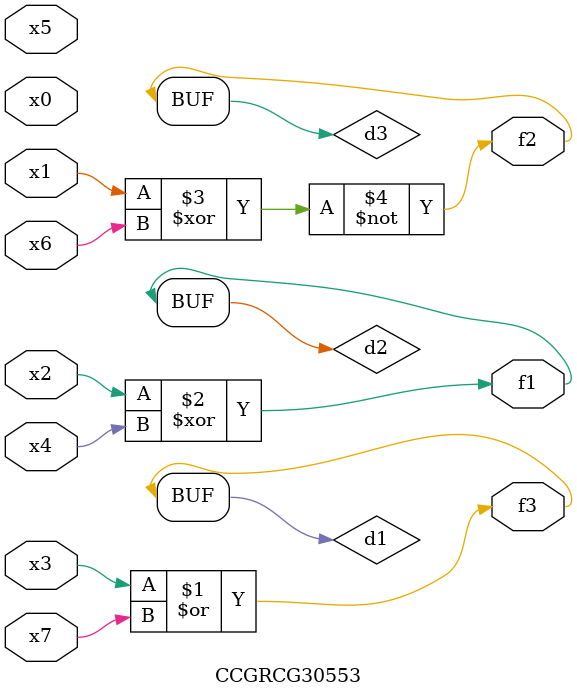
<source format=v>
module CCGRCG30553(
	input x0, x1, x2, x3, x4, x5, x6, x7,
	output f1, f2, f3
);

	wire d1, d2, d3;

	or (d1, x3, x7);
	xor (d2, x2, x4);
	xnor (d3, x1, x6);
	assign f1 = d2;
	assign f2 = d3;
	assign f3 = d1;
endmodule

</source>
